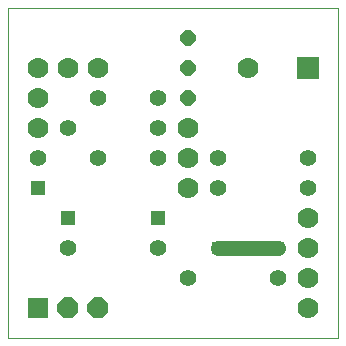
<source format=gtl>
G75*
%MOIN*%
%OFA0B0*%
%FSLAX25Y25*%
%IPPOS*%
%LPD*%
%AMOC8*
5,1,8,0,0,1.08239X$1,22.5*
%
%ADD10C,0.00000*%
%ADD11C,0.05543*%
%ADD12R,0.04756X0.04756*%
%ADD13R,0.07500X0.07500*%
%ADD14C,0.07000*%
%ADD15OC8,0.07000*%
%ADD16R,0.07000X0.07000*%
%ADD17OC8,0.05150*%
%ADD18C,0.05000*%
%ADD19R,0.03962X0.03962*%
D10*
X0048318Y0018886D02*
X0048318Y0128886D01*
X0158318Y0128886D01*
X0158318Y0018886D01*
X0048318Y0018886D01*
D11*
X0068318Y0048886D03*
X0098318Y0048886D03*
X0108318Y0038886D03*
X0138318Y0038886D03*
X0148318Y0068886D03*
X0148318Y0078886D03*
X0118318Y0078886D03*
X0118318Y0068886D03*
X0098318Y0078886D03*
X0098318Y0088886D03*
X0098318Y0098886D03*
X0078318Y0098886D03*
X0068318Y0088886D03*
X0078318Y0078886D03*
X0058318Y0078886D03*
D12*
X0058318Y0068886D03*
X0068318Y0058886D03*
X0098318Y0058886D03*
D13*
X0148318Y0108886D03*
D14*
X0128318Y0108886D03*
X0108318Y0088886D03*
X0108318Y0078886D03*
X0108318Y0068886D03*
X0148318Y0058886D03*
X0148318Y0048886D03*
X0148318Y0038886D03*
X0148318Y0028886D03*
X0058318Y0088886D03*
X0058318Y0098886D03*
X0058318Y0108886D03*
X0068318Y0108886D03*
X0078318Y0108886D03*
D15*
X0078318Y0028886D03*
X0068318Y0028886D03*
D16*
X0058318Y0028886D03*
D17*
X0108318Y0098886D03*
X0108318Y0108886D03*
X0108318Y0118886D03*
D18*
X0118318Y0048886D02*
X0138318Y0048886D01*
D19*
X0138318Y0048886D03*
X0118318Y0048886D03*
M02*

</source>
